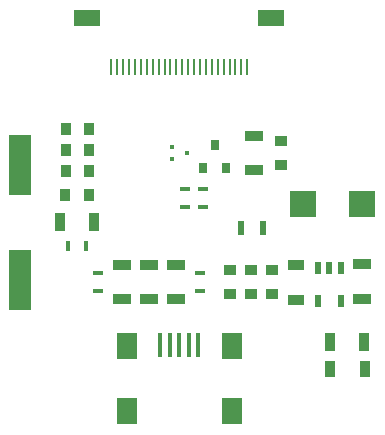
<source format=gtp>
G04 #@! TF.FileFunction,Paste,Top*
%FSLAX46Y46*%
G04 Gerber Fmt 4.6, Leading zero omitted, Abs format (unit mm)*
G04 Created by KiCad (PCBNEW 4.0.7) date Thu Jul 12 22:31:34 2018*
%MOMM*%
%LPD*%
G01*
G04 APERTURE LIST*
%ADD10C,0.100000*%
%ADD11R,0.900000X1.440000*%
%ADD12R,1.890522X5.040630*%
%ADD13R,1.440000X0.900000*%
%ADD14R,0.900000X1.125000*%
%ADD15R,1.125000X0.900000*%
%ADD16R,2.295000X2.250000*%
%ADD17R,0.540000X0.990000*%
%ADD18R,0.450000X2.070000*%
%ADD19R,1.800000X2.250000*%
%ADD20R,0.720000X0.810000*%
%ADD21R,1.530000X0.810000*%
%ADD22R,0.810000X1.530000*%
%ADD23R,0.810000X0.450000*%
%ADD24R,0.450000X0.810000*%
%ADD25R,2.250000X1.350000*%
%ADD26R,0.225000X1.350000*%
%ADD27R,0.457200X0.320400*%
%ADD28R,0.630000X1.170000*%
G04 APERTURE END LIST*
D10*
D11*
X152424000Y-117856000D03*
X155424000Y-117856000D03*
D12*
X126238000Y-100561140D03*
X126238000Y-110258860D03*
D13*
X149606000Y-111990000D03*
X149606000Y-108990000D03*
D14*
X132064000Y-97536000D03*
X130064000Y-97536000D03*
X132064000Y-101092000D03*
X130064000Y-101092000D03*
D15*
X148336000Y-98568000D03*
X148336000Y-100568000D03*
D16*
X150129000Y-103886000D03*
X155179000Y-103886000D03*
D14*
X132048000Y-103124000D03*
X130048000Y-103124000D03*
X132064000Y-99314000D03*
X130064000Y-99314000D03*
D15*
X144018000Y-109490000D03*
X144018000Y-111490000D03*
X145796000Y-109490000D03*
X145796000Y-111490000D03*
X147574000Y-109490000D03*
X147574000Y-111490000D03*
D17*
X153350000Y-112094000D03*
X153350000Y-109294000D03*
X152400000Y-109294000D03*
X151450000Y-109294000D03*
X151450000Y-112094000D03*
D18*
X138100000Y-115818000D03*
X138900000Y-115818000D03*
X139700000Y-115818000D03*
X140500000Y-115818000D03*
X141300000Y-115818000D03*
D19*
X135250000Y-115918000D03*
X135250000Y-121418000D03*
X144150000Y-115918000D03*
X144150000Y-121418000D03*
D20*
X141732000Y-100838000D03*
X143632000Y-100838000D03*
X142682000Y-98838000D03*
D21*
X155194000Y-111866000D03*
X155194000Y-108966000D03*
D22*
X155374000Y-115570000D03*
X152474000Y-115570000D03*
D21*
X146050000Y-101018000D03*
X146050000Y-98118000D03*
D23*
X141732000Y-102628000D03*
X141732000Y-104128000D03*
X140208000Y-102628000D03*
X140208000Y-104128000D03*
D22*
X132514000Y-105410000D03*
X129614000Y-105410000D03*
D24*
X131814000Y-107442000D03*
X130314000Y-107442000D03*
D23*
X132842000Y-109740000D03*
X132842000Y-111240000D03*
X141478000Y-109740000D03*
X141478000Y-111240000D03*
D21*
X139446000Y-109040000D03*
X139446000Y-111940000D03*
X137160000Y-109040000D03*
X137160000Y-111940000D03*
X134874000Y-109040000D03*
X134874000Y-111940000D03*
D25*
X147500000Y-88150000D03*
X131900000Y-88150000D03*
D26*
X145450000Y-92250000D03*
X144950000Y-92250000D03*
X144450000Y-92250000D03*
X143950000Y-92250000D03*
X143450000Y-92250000D03*
X142950000Y-92250000D03*
X142450000Y-92250000D03*
X141950000Y-92250000D03*
X141450000Y-92250000D03*
X140950000Y-92250000D03*
X140450000Y-92250000D03*
X139950000Y-92250000D03*
X139450000Y-92250000D03*
X138950000Y-92250000D03*
X138450000Y-92250000D03*
X137950000Y-92250000D03*
X137450000Y-92250000D03*
X136950000Y-92250000D03*
X136450000Y-92250000D03*
X135950000Y-92250000D03*
X135450000Y-92250000D03*
X134950000Y-92250000D03*
X134450000Y-92250000D03*
X133950000Y-92250000D03*
D27*
X140348000Y-99568000D03*
X139053000Y-99068000D03*
X139053000Y-100068000D03*
D28*
X146812000Y-105918000D03*
X144912000Y-105918000D03*
M02*

</source>
